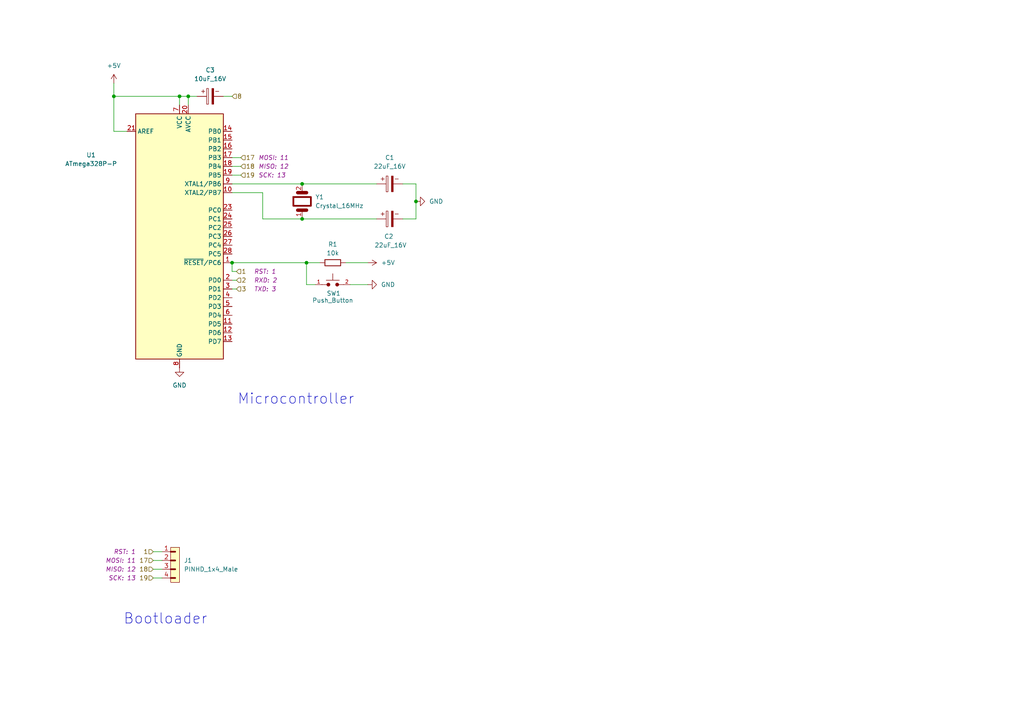
<source format=kicad_sch>
(kicad_sch (version 20250114) (generator "eeschema") (generator_version "9.0")
  (paper "A4")
  (lib_symbols
    (symbol "MCU_Microchip_ATmega:ATmega328P-P"
      (property "Reference" "U" (at -12.7 36.83 0))
      (property "Value" "ATmega328P-P" (at 2.54 -36.83 0))
      (symbol "ATmega328P-P_0_1"
        (rectangle (start -12.7 -35.56) (end 12.7 35.56) (stroke (width 0.254)) (fill (type background)))
      )
      (symbol "ATmega328P-P_1_1"
        (pin passive line (at -15.24 30.48 0) (length 2.54) (name "AREF") (number "21"))
        (pin power_in line (at 0 38.1 270) (length 2.54) (name "VCC") (number "7"))
        (pin passive line (at 0 -38.1 90) (length 2.54) (hide yes) (name "GND") (number "22"))
        (pin power_in line (at 0 -38.1 90) (length 2.54) (name "GND") (number "8"))
        (pin power_in line (at 2.54 38.1 270) (length 2.54) (name "AVCC") (number "20"))
        (pin bidirectional line (at 15.24 30.48 180) (length 2.54) (name "PB0") (number "14"))
        (pin bidirectional line (at 15.24 27.94 180) (length 2.54) (name "PB1") (number "15"))
        (pin bidirectional line (at 15.24 25.4 180) (length 2.54) (name "PB2") (number "16"))
        (pin bidirectional line (at 15.24 22.86 180) (length 2.54) (name "PB3") (number "17"))
        (pin bidirectional line (at 15.24 20.32 180) (length 2.54) (name "PB4") (number "18"))
        (pin bidirectional line (at 15.24 17.78 180) (length 2.54) (name "PB5") (number "19"))
        (pin bidirectional line (at 15.24 15.24 180) (length 2.54) (name "XTAL1/PB6") (number "9"))
        (pin bidirectional line (at 15.24 12.7 180) (length 2.54) (name "XTAL2/PB7") (number "10"))
        (pin bidirectional line (at 15.24 7.62 180) (length 2.54) (name "PC0") (number "23"))
        (pin bidirectional line (at 15.24 5.08 180) (length 2.54) (name "PC1") (number "24"))
        (pin bidirectional line (at 15.24 2.54 180) (length 2.54) (name "PC2") (number "25"))
        (pin bidirectional line (at 15.24 0 180) (length 2.54) (name "PC3") (number "26"))
        (pin bidirectional line (at 15.24 -2.54 180) (length 2.54) (name "PC4") (number "27"))
        (pin bidirectional line (at 15.24 -5.08 180) (length 2.54) (name "PC5") (number "28"))
        (pin bidirectional line (at 15.24 -7.62 180) (length 2.54) (name "~{RESET}/PC6") (number "1"))
        (pin bidirectional line (at 15.24 -12.7 180) (length 2.54) (name "PD0") (number "2"))
        (pin bidirectional line (at 15.24 -15.24 180) (length 2.54) (name "PD1") (number "3"))
        (pin bidirectional line (at 15.24 -17.78 180) (length 2.54) (name "PD2") (number "4"))
        (pin bidirectional line (at 15.24 -20.32 180) (length 2.54) (name "PD3") (number "5"))
        (pin bidirectional line (at 15.24 -22.86 180) (length 2.54) (name "PD4") (number "6"))
        (pin bidirectional line (at 15.24 -25.4 180) (length 2.54) (name "PD5") (number "11"))
        (pin bidirectional line (at 15.24 -27.94 180) (length 2.54) (name "PD6") (number "12"))
        (pin bidirectional line (at 15.24 -30.48 180) (length 2.54) (name "PD7") (number "13"))
      )
    )
    (symbol "PCM_SL_Capacitors:10uF_16V"
      (property "Reference" "C" (at 0 7.62 0))
      (property "Value" "10uF_16V" (at 0 5.08 0))
      (symbol "10uF_16V_0_0"
        (text "+" (at -2.032 1.524 0) (effects (font (size 1.27 1.27))))
        (text "-" (at 2.032 1.524 0) (effects (font (size 1.27 1.27))))
      )
      (symbol "10uF_16V_0_1"
        (rectangle (start -1.016 -2.286) (end -0.508 2.286))
        (rectangle (start 0.508 -2.286) (end 1.016 2.286) (fill (type outline)))
      )
      (symbol "10uF_16V_1_1"
        (pin passive line (at -3.81 0 0) (length 2.7) (name "~") (number "1"))
        (pin input line (at 3.81 0 180) (length 2.7) (name "~") (number "2"))
      )
    )
    (symbol "PCM_SL_Capacitors:22uF_16V"
      (property "Reference" "C" (at 0 7.62 0))
      (property "Value" "22uF_16V" (at 0 5.08 0))
      (symbol "22uF_16V_0_0"
        (text "+" (at -2.032 1.524 0) (effects (font (size 1.27 1.27))))
        (text "-" (at 2.032 1.524 0) (effects (font (size 1.27 1.27))))
      )
      (symbol "22uF_16V_0_1"
        (rectangle (start -1.016 -2.286) (end -0.508 2.286))
        (rectangle (start 0.508 -2.286) (end 1.016 2.286) (fill (type outline)))
      )
      (symbol "22uF_16V_1_1"
        (pin passive line (at -3.81 0 0) (length 2.7) (name "~") (number "1"))
        (pin input line (at 3.81 0 180) (length 2.7) (name "~") (number "2"))
      )
    )
    (symbol "PCM_SL_Devices:Crystal_16MHz"
      (property "Reference" "Y" (at 0 7.62 0))
      (property "Value" "Crystal_16MHz" (at 0 5.08 0))
      (symbol "Crystal_16MHz_0_1"
        (polyline (pts (xy -2.54 1.27) (xy -2.54 -1.27)) (stroke (width 1)))
        (rectangle (start -1.27 2.54) (end 1.27 -2.54) (stroke (width 0.5)))
        (polyline (pts (xy 2.54 1.27) (xy 2.54 -1.27)) (stroke (width 1)))
      )
      (symbol "Crystal_16MHz_1_1"
        (pin passive line (at -5.08 0 0) (length 2.54) (name "") (number "1"))
        (pin passive line (at 5.08 0 180) (length 2.54) (name "") (number "2"))
      )
    )
    (symbol "PCM_SL_Devices:Push_Button"
      (property "Reference" "SW" (at 0 6.35 0))
      (property "Value" "Push_Button" (at 0 4.445 0))
      (symbol "Push_Button_0_1"
        (polyline (pts (xy -3.175 0) (xy -1.778 0)))
        (polyline (pts (xy -1.905 1.27) (xy 1.905 1.27)))
        (circle (center -1.27 0) (radius 0.4579) (fill (type outline)))
        (polyline (pts (xy 0 1.27) (xy 0 3.175)))
        (circle (center 1.27 0) (radius 0.4579) (fill (type outline)))
        (polyline (pts (xy 1.778 0) (xy 3.175 0)))
      )
      (symbol "Push_Button_1_1"
        (pin passive line (at -5.08 0 0) (length 2) (name "") (number "1"))
        (pin passive line (at 5.08 0 180) (length 2) (name "") (number "2"))
      )
    )
    (symbol "PCM_SL_Pin_Headers:PINHD_1x4_Male"
      (property "Reference" "J" (at 0 8.89 0))
      (property "Value" "PINHD_1x4_Male" (at 0 6.35 0))
      (symbol "PINHD_1x4_Male_0_1"
        (rectangle (start -1.27 5.08) (end 1.27 -5.08) (fill (type background)))
        (polyline (pts (xy -1.27 3.81) (xy 0 3.81)) (stroke (width 0.3)))
        (polyline (pts (xy -1.27 3.81) (xy 0 3.81)) (stroke (width 0.5)))
        (polyline (pts (xy -1.27 1.27) (xy 0 1.27)) (stroke (width 0.3)))
        (polyline (pts (xy -1.27 1.27) (xy 0 1.27)) (stroke (width 0.5)))
        (polyline (pts (xy -1.27 -1.27) (xy 0 -1.27)) (stroke (width 0.3)))
        (polyline (pts (xy -1.27 -1.27) (xy 0 -1.27)) (stroke (width 0.5)))
        (polyline (pts (xy -1.27 -3.81) (xy 0 -3.81)) (stroke (width 0.3)))
        (polyline (pts (xy -1.27 -3.81) (xy 0 -3.81)) (stroke (width 0.5)))
      )
      (symbol "PINHD_1x4_Male_1_1"
        (pin passive line (at -3.81 3.81 0) (length 2.54) (name "") (number "1"))
        (pin passive line (at -3.81 1.27 0) (length 2.54) (name "") (number "2"))
        (pin passive line (at -3.81 -1.27 0) (length 2.54) (name "") (number "3"))
        (pin passive line (at -3.81 -3.81 0) (length 2.54) (name "") (number "4"))
      )
    )
    (symbol "PCM_SL_Resistors:10k"
      (property "Reference" "R" (at 0 5.08 0))
      (property "Value" "10k" (at 0 2.54 0))
      (symbol "10k_0_1"
        (rectangle (start -2.286 0.889) (end 2.286 -0.889) (stroke (width 0.24)))
      )
      (symbol "10k_1_1"
        (pin passive line (at -3.81 0 0) (length 1.5) (name "") (number "1"))
        (pin passive line (at 3.81 0 180) (length 1.5) (name "~") (number "2"))
      )
    )
    (symbol "power:+5V" (power) (pin_numbers (hide yes)) (pin_names (offset 0) (hide yes))
      (property "Value" "+5V" (at 0 3.556 0))
      (symbol "+5V_0_1"
        (polyline (pts (xy -0.762 1.27) (xy 0 2.54)))
        (polyline (pts (xy 0 2.54) (xy 0.762 1.27)))
        (polyline (pts (xy 0 0) (xy 0 2.54)))
      )
      (symbol "+5V_1_1"
        (pin power_in line (at 0 0 90) (length 0) (name "~") (number "1"))
      )
    )
    (symbol "power:GND" (power) (pin_numbers (hide yes)) (pin_names (offset 0) (hide yes))
      (property "Value" "GND" (at 0 -3.81 0))
      (symbol "GND_0_1"
        (polyline (pts (xy 0 0) (xy 0 -1.27) (xy 1.27 -1.27) (xy 0 -2.54) (xy -1.27 -1.27) (xy 0 -1.27)))
      )
      (symbol "GND_1_1"
        (pin power_in line (at 0 0 270) (length 0) (name "~") (number "1"))
      )
    )
  )
  (text "Microcontroller" (at 85.852 115.824 0) (effects (font (size 3 3))))
  (text "Bootloader" (at 48.006 179.578 0) (effects (font (size 3 3))))
  (junction (at 87.63 53.34))
  (junction (at 54.61 27.94))
  (junction (at 88.9 76.2))
  (junction (at 120.65 58.42))
  (junction (at 67.31 76.2))
  (junction (at 52.07 27.94))
  (junction (at 87.63 63.5))
  (junction (at 33.02 27.94))
  (wire (pts (xy 116.84 53.34) (xy 120.65 53.34)))
  (wire (pts (xy 67.31 78.74) (xy 67.31 76.2)))
  (wire (pts (xy 88.9 82.55) (xy 91.44 82.55)))
  (wire (pts (xy 44.45 167.64) (xy 46.99 167.64)))
  (wire (pts (xy 44.45 165.1) (xy 46.99 165.1)))
  (wire (pts (xy 100.33 76.2) (xy 106.68 76.2)))
  (wire (pts (xy 69.85 45.72) (xy 67.31 45.72)))
  (wire (pts (xy 76.2 63.5) (xy 76.2 55.88)))
  (wire (pts (xy 54.61 27.94) (xy 52.07 27.94)))
  (wire (pts (xy 36.83 38.1) (xy 33.02 38.1)))
  (wire (pts (xy 67.31 76.2) (xy 88.9 76.2)))
  (wire (pts (xy 120.65 63.5) (xy 116.84 63.5)))
  (wire (pts (xy 120.65 58.42) (xy 120.65 63.5)))
  (wire (pts (xy 76.2 55.88) (xy 67.31 55.88)))
  (wire (pts (xy 76.2 63.5) (xy 87.63 63.5)))
  (wire (pts (xy 33.02 27.94) (xy 33.02 38.1)))
  (wire (pts (xy 120.65 53.34) (xy 120.65 58.42)))
  (wire (pts (xy 88.9 76.2) (xy 88.9 82.55)))
  (wire (pts (xy 68.58 78.74) (xy 67.31 78.74)))
  (wire (pts (xy 52.07 27.94) (xy 52.07 30.48)))
  (wire (pts (xy 69.85 48.26) (xy 67.31 48.26)))
  (wire (pts (xy 64.77 27.94) (xy 67.31 27.94)))
  (wire (pts (xy 68.58 81.28) (xy 67.31 81.28)))
  (wire (pts (xy 54.61 30.48) (xy 54.61 27.94)))
  (wire (pts (xy 68.58 83.82) (xy 67.31 83.82)))
  (wire (pts (xy 67.31 53.34) (xy 87.63 53.34)))
  (wire (pts (xy 57.15 27.94) (xy 54.61 27.94)))
  (wire (pts (xy 52.07 27.94) (xy 33.02 27.94)))
  (wire (pts (xy 88.9 76.2) (xy 92.71 76.2)))
  (wire (pts (xy 87.63 53.34) (xy 109.22 53.34)))
  (wire (pts (xy 101.6 82.55) (xy 106.68 82.55)))
  (wire (pts (xy 46.99 160.02) (xy 44.45 160.02)))
  (wire (pts (xy 33.02 24.13) (xy 33.02 27.94)))
  (wire (pts (xy 87.63 63.5) (xy 109.22 63.5)))
  (wire (pts (xy 46.99 162.56) (xy 44.45 162.56)))
  (wire (pts (xy 67.31 50.8) (xy 69.85 50.8)))
  (hierarchical_label "17" (shape input) (at 44.45 162.56 180) (property "MOSI" "11" (at 39.37 162.56 0) (show_name yes) (effects (font (italic yes)) (justify right))))
  (hierarchical_label "8" (shape input) (at 67.31 27.94 0))
  (hierarchical_label "3" (shape input) (at 68.58 83.82 0) (property "TXD" "3" (at 73.66 83.82 0) (show_name yes) (effects (font (italic yes)) (justify left))))
  (hierarchical_label "19" (shape input) (at 44.45 167.64 180) (property "SCK" "13" (at 39.37 167.64 0) (show_name yes) (effects (font (italic yes)) (justify right))))
  (hierarchical_label "17" (shape input) (at 69.85 45.72 0) (property "MOSI" "11" (at 74.93 45.72 0) (show_name yes) (effects (font (italic yes)) (justify left))))
  (hierarchical_label "18" (shape input) (at 44.45 165.1 180) (property "MISO" "12" (at 39.37 165.1 0) (show_name yes) (effects (font (italic yes)) (justify right))))
  (hierarchical_label "2" (shape input) (at 68.58 81.28 0) (property "RXD" "2" (at 73.66 81.28 0) (show_name yes) (effects (font (italic yes)) (justify left))))
  (hierarchical_label "19" (shape input) (at 69.85 50.8 0) (property "SCK" "13" (at 74.93 50.8 0) (show_name yes) (effects (font (italic yes)) (justify left))))
  (hierarchical_label "1" (shape input) (at 68.58 78.74 0) (property "RST" "1" (at 73.66 78.74 0) (show_name yes) (effects (font (italic yes)) (justify left))))
  (hierarchical_label "1" (shape input) (at 44.45 160.02 180) (property "RST" "1" (at 39.37 160.02 0) (show_name yes) (effects (font (italic yes)) (justify right))))
  (hierarchical_label "18" (shape input) (at 69.85 48.26 0) (property "MISO" "12" (at 74.93 48.26 0) (show_name yes) (effects (font (italic yes)) (justify left))))
  (symbol (lib_id "PCM_SL_Capacitors:22uF_16V") (at 113.03 63.5 0) (unit 1)
    (property "Reference" "C2" (at 112.776 68.58 0))
    (property "Value" "22uF_16V" (at 113.284 71.12 0))
    (property "Footprint" "Capacitor_THT:CP_Radial_D4.0mm_P1.50mm" (effects (hide yes)))
    (property "Description" "22uF, 16V Electrolytic Capacitor" (effects (hide yes)))
  )
  (symbol (lib_id "MCU_Microchip_ATmega:ATmega328P-P") (at 52.07 68.58 0) (unit 1)
    (property "Reference" "U1" (at 26.416 44.958 0))
    (property "Value" "ATmega328P-P" (at 26.416 47.498 0))
    (property "Footprint" "Package_DIP:DIP-28_W7.62mm" (effects (hide yes)))
    (property "Datasheet" "http://ww1.microchip.com/downloads/en/DeviceDoc/ATmega328_P%20AVR%20MCU%20with%20picoPower%20Technology%20Data%20Sheet%2040001984A.pdf" (effects (hide yes)))
    (property "Description" "20MHz, 32kB Flash, 2kB SRAM, 1kB EEPROM, DIP-28" (effects (hide yes)))
  )
  (symbol (lib_id "PCM_SL_Capacitors:10uF_16V") (at 60.96 27.94 0) (unit 1)
    (property "Reference" "C3" (at 60.96 20.32 0))
    (property "Value" "10uF_16V" (at 60.96 22.86 0))
    (property "Footprint" "Capacitor_THT:CP_Radial_D5.0mm_P2.00mm" (effects (hide yes)))
    (property "Description" "10uF, 16V Electrolytic Capacitor" (effects (hide yes)))
  )
  (symbol (lib_id "PCM_SL_Devices:Crystal_16MHz") (at 87.63 58.42 90) (unit 1)
    (property "Reference" "Y1" (at 91.44 57.1499 90) (effects (justify right)))
    (property "Value" "Crystal_16MHz" (at 91.44 59.6899 90) (effects (justify right)))
    (property "Footprint" "Crystal:Crystal_HC49-4H_Vertical" (effects (hide yes)))
    (property "Description" "16Mz Crystal" (effects (hide yes)))
  )
  (symbol (lib_id "power:+5V") (at 33.02 24.13 0) (unit 1)
    (property "Reference" "#PWR01" (effects (hide yes)))
    (property "Value" "+5V" (at 33.02 19.05 0))
    (property "Description" "Power symbol creates a global label with name \"+5V\"" (effects (hide yes)))
  )
  (symbol (lib_id "PCM_SL_Devices:Push_Button") (at 96.52 82.55 0) (unit 1)
    (property "Reference" "SW1" (at 96.774 85.09 0))
    (property "Value" "Push_Button" (at 96.52 87.122 0))
    (property "Footprint" "Button_Switch_THT:SW_PUSH_6mm" (effects (hide yes)))
    (property "Description" "Common 6mmx6mm Push Button" (effects (hide yes)))
  )
  (symbol (lib_id "PCM_SL_Resistors:10k") (at 96.52 76.2 0) (unit 1)
    (property "Reference" "R1" (at 96.52 70.866 0))
    (property "Value" "10k" (at 96.52 73.406 0))
    (property "Footprint" "Resistor_THT:R_Axial_DIN0207_L6.3mm_D2.5mm_P10.16mm_Horizontal" (effects (hide yes)))
    (property "Description" "10kΩ, 1/4W Resistor" (effects (hide yes)))
  )
  (symbol (lib_id "PCM_SL_Capacitors:22uF_16V") (at 113.03 53.34 0) (unit 1)
    (property "Reference" "C1" (at 113.03 45.72 0))
    (property "Value" "22uF_16V" (at 113.03 48.26 0))
    (property "Footprint" "Capacitor_THT:CP_Radial_D4.0mm_P1.50mm" (effects (hide yes)))
    (property "Description" "22uF, 16V Electrolytic Capacitor" (effects (hide yes)))
  )
  (symbol (lib_id "PCM_SL_Pin_Headers:PINHD_1x4_Male") (at 50.8 163.83 0) (unit 1)
    (property "Reference" "J1" (at 53.34 162.5599 0) (effects (justify left)))
    (property "Value" "PINHD_1x4_Male" (at 53.34 165.0999 0) (effects (justify left)))
    (property "Footprint" "Connector_PinHeader_2.54mm:PinHeader_1x04_P2.54mm_Vertical" (effects (hide yes)))
    (property "Description" "Pin Header male with pin space 2.54mm. Pin Count -4" (effects (hide yes)))
  )
  (symbol (lib_id "power:+5V") (at 106.68 76.2 270) (unit 1)
    (property "Reference" "#PWR04" (effects (hide yes)))
    (property "Value" "+5V" (at 110.49 76.1999 90) (effects (justify left)))
    (property "Description" "Power symbol creates a global label with name \"+5V\"" (effects (hide yes)))
  )
  (symbol (lib_id "power:GND") (at 120.65 58.42 90) (unit 1)
    (property "Reference" "#PWR03" (effects (hide yes)))
    (property "Value" "GND" (at 124.46 58.4199 90) (effects (justify right)))
    (property "Description" "Power symbol creates a global label with name \"GND\" , ground" (effects (hide yes)))
  )
  (symbol (lib_id "power:GND") (at 52.07 106.68 0) (unit 1)
    (property "Reference" "#PWR02" (effects (hide yes)))
    (property "Value" "GND" (at 52.07 111.76 0))
    (property "Description" "Power symbol creates a global label with name \"GND\" , ground" (effects (hide yes)))
  )
  (symbol (lib_id "power:GND") (at 106.68 82.55 90) (unit 1)
    (property "Reference" "#PWR05" (effects (hide yes)))
    (property "Value" "GND" (at 110.49 82.5499 90) (effects (justify right)))
    (property "Description" "Power symbol creates a global label with name \"GND\" , ground" (effects (hide yes)))
  )
)
</source>
